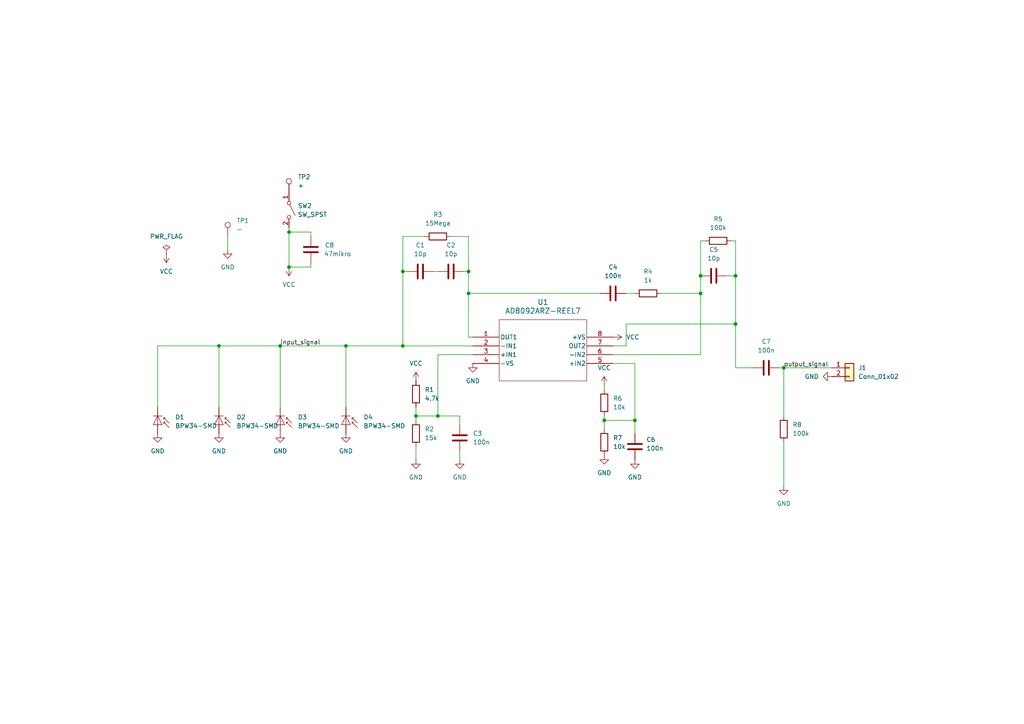
<source format=kicad_sch>
(kicad_sch (version 20250114) (generator "eeschema") (generator_version "9.0")
  (paper "A4")
  (title_block (title "Detector Version 2") (date "2025-04-06"))
  (lib_symbols
    (symbol "2025-03-21_07-43-58:AD8092ARZ-REEL7" (pin_names (offset 0.254))
      (property "Reference" "U" (at 20.32 10.16 0))
      (property "Value" "AD8092ARZ-REEL7" (at 20.32 7.62 0))
      (symbol "AD8092ARZ-REEL7_0_1"
        (polyline (pts (xy 7.62 5.08) (xy 7.62 -12.7)) (stroke (width 0.127)))
        (polyline (pts (xy 7.62 -12.7) (xy 33.02 -12.7)) (stroke (width 0.127)))
        (polyline (pts (xy 33.02 5.08) (xy 7.62 5.08)) (stroke (width 0.127)))
        (polyline (pts (xy 33.02 -12.7) (xy 33.02 5.08)) (stroke (width 0.127)))
        (pin unspecified line (at 0 0 0) (length 7.62) (name "OUT1") (number "1"))
        (pin unspecified line (at 0 -2.54 0) (length 7.62) (name "-IN1") (number "2"))
        (pin unspecified line (at 0 -5.08 0) (length 7.62) (name "+IN1") (number "3"))
        (pin power_in line (at 0 -7.62 0) (length 7.62) (name "-VS") (number "4"))
        (pin power_in line (at 40.64 0 180) (length 7.62) (name "+VS") (number "8"))
        (pin unspecified line (at 40.64 -2.54 180) (length 7.62) (name "OUT2") (number "7"))
        (pin unspecified line (at 40.64 -5.08 180) (length 7.62) (name "-IN2") (number "6"))
        (pin unspecified line (at 40.64 -7.62 180) (length 7.62) (name "+IN2") (number "5"))
      )
    )
    (symbol "Connector:TestPoint" (pin_numbers (hide yes)) (pin_names (offset 0.762) (hide yes))
      (property "Reference" "TP" (at 0 6.858 0))
      (property "Value" "TestPoint" (at 0 5.08 0))
      (symbol "TestPoint_0_1"
        (circle (center 0 3.302) (radius 0.762))
      )
      (symbol "TestPoint_1_1"
        (pin passive line (at 0 0 90) (length 2.54) (name "1") (number "1"))
      )
    )
    (symbol "Connector_Generic:Conn_01x02" (pin_names (offset 1.016) (hide yes))
      (property "Reference" "J" (at 0 2.54 0))
      (property "Value" "Conn_01x02" (at 0 -5.08 0))
      (symbol "Conn_01x02_1_1"
        (rectangle (start -1.27 1.27) (end 1.27 -3.81) (stroke (width 0.254)) (fill (type background)))
        (rectangle (start -1.27 0.127) (end 0 -0.127) (stroke (width 0.1524)))
        (rectangle (start -1.27 -2.413) (end 0 -2.667) (stroke (width 0.1524)))
        (pin passive line (at -5.08 0 0) (length 3.81) (name "Pin_1") (number "1"))
        (pin passive line (at -5.08 -2.54 0) (length 3.81) (name "Pin_2") (number "2"))
      )
    )
    (symbol "Device:C" (pin_numbers (hide yes)) (pin_names (offset 0.254))
      (property "Reference" "C" (at 0.635 2.54 0))
      (property "Value" "C" (at 0.635 -2.54 0))
      (symbol "C_0_1"
        (polyline (pts (xy -2.032 0.762) (xy 2.032 0.762)) (stroke (width 0.508)))
        (polyline (pts (xy -2.032 -0.762) (xy 2.032 -0.762)) (stroke (width 0.508)))
      )
      (symbol "C_1_1"
        (pin passive line (at 0 3.81 270) (length 2.794) (name "~") (number "1"))
        (pin passive line (at 0 -3.81 90) (length 2.794) (name "~") (number "2"))
      )
    )
    (symbol "Device:R" (pin_numbers (hide yes)) (pin_names (offset 0))
      (property "Reference" "R" (at 2.032 0 90))
      (property "Value" "R" (at 0 0 90))
      (symbol "R_0_1"
        (rectangle (start -1.016 -2.54) (end 1.016 2.54) (stroke (width 0.254)))
      )
      (symbol "R_1_1"
        (pin passive line (at 0 3.81 270) (length 1.27) (name "~") (number "1"))
        (pin passive line (at 0 -3.81 90) (length 1.27) (name "~") (number "2"))
      )
    )
    (symbol "Sensor_Optical:BPW34-SMD" (pin_numbers (hide yes)) (pin_names (offset 1.016) (hide yes))
      (property "Reference" "D" (at 0.508 1.778 0))
      (property "Value" "BPW34-SMD" (at -1.016 -2.794 0))
      (symbol "BPW34-SMD_0_1"
        (polyline (pts (xy -2.54 1.27) (xy -2.54 -1.27)) (stroke (width 0.1524)))
        (polyline (pts (xy -2.032 1.778) (xy -1.524 1.778)))
        (polyline (pts (xy -0.508 3.302) (xy -2.032 1.778) (xy -2.032 2.286)))
        (polyline (pts (xy 0 1.27) (xy -2.54 0) (xy 0 -1.27)))
        (polyline (pts (xy 0 0) (xy -2.54 0)))
        (polyline (pts (xy 0 -1.27) (xy 0 1.27)))
        (polyline (pts (xy 0.762 3.302) (xy -0.762 1.778) (xy -0.762 2.286) (xy -0.762 1.778) (xy -0.254 1.778)))
      )
      (symbol "BPW34-SMD_1_1"
        (pin passive line (at -5.08 0 0) (length 2.54) (name "K") (number "1"))
        (pin passive line (at 2.54 0 180) (length 2.54) (name "A") (number "2"))
      )
    )
    (symbol "Switch:SW_SPST" (pin_names (offset 0) (hide yes))
      (property "Reference" "SW" (at 0 3.175 0))
      (property "Value" "SW_SPST" (at 0 -2.54 0))
      (symbol "SW_SPST_0_0"
        (circle (center -2.032 0) (radius 0.508))
        (polyline (pts (xy -1.524 0.254) (xy 1.524 1.778)))
        (circle (center 2.032 0) (radius 0.508))
      )
      (symbol "SW_SPST_1_1"
        (pin passive line (at -5.08 0 0) (length 2.54) (name "A") (number "1"))
        (pin passive line (at 5.08 0 180) (length 2.54) (name "B") (number "2"))
      )
    )
    (symbol "power:GND" (power) (pin_numbers (hide yes)) (pin_names (offset 0) (hide yes))
      (property "Value" "GND" (at 0 -3.81 0))
      (symbol "GND_0_1"
        (polyline (pts (xy 0 0) (xy 0 -1.27) (xy 1.27 -1.27) (xy 0 -2.54) (xy -1.27 -1.27) (xy 0 -1.27)))
      )
      (symbol "GND_1_1"
        (pin power_in line (at 0 0 270) (length 0) (name "~") (number "1"))
      )
    )
    (symbol "power:PWR_FLAG" (power) (pin_numbers (hide yes)) (pin_names (offset 0) (hide yes))
      (property "Value" "PWR_FLAG" (at 0 3.81 0))
      (symbol "PWR_FLAG_0_0"
        (pin power_out line (at 0 0 90) (length 0) (name "~") (number "1"))
      )
      (symbol "PWR_FLAG_0_1"
        (polyline (pts (xy 0 0) (xy 0 1.27) (xy -1.016 1.905) (xy 0 2.54) (xy 1.016 1.905) (xy 0 1.27)))
      )
    )
    (symbol "power:VCC" (power) (pin_numbers (hide yes)) (pin_names (offset 0) (hide yes))
      (property "Value" "VCC" (at 0 3.556 0))
      (symbol "VCC_0_1"
        (polyline (pts (xy -0.762 1.27) (xy 0 2.54)))
        (polyline (pts (xy 0 2.54) (xy 0.762 1.27)))
        (polyline (pts (xy 0 0) (xy 0 2.54)))
      )
      (symbol "VCC_1_1"
        (pin power_in line (at 0 0 90) (length 0) (name "~") (number "1"))
      )
    )
  )
  (junction (at 83.82 67.31))
  (junction (at 116.84 100.33))
  (junction (at 213.36 93.98))
  (junction (at 100.33 100.33))
  (junction (at 184.15 121.92))
  (junction (at 81.28 100.33))
  (junction (at 203.2 80.01))
  (junction (at 63.5 100.33))
  (junction (at 127 120.65))
  (junction (at 203.2 85.09))
  (junction (at 83.82 77.47))
  (junction (at 175.26 121.92))
  (junction (at 116.84 78.74))
  (junction (at 227.33 106.68))
  (junction (at 120.65 120.65))
  (junction (at 135.89 85.09))
  (junction (at 213.36 80.01))
  (junction (at 135.89 78.74))
  (wire (pts (xy 63.5 100.33) (xy 63.5 118.11)))
  (wire (pts (xy 83.82 67.31) (xy 83.82 77.47)))
  (wire (pts (xy 100.33 100.33) (xy 100.33 118.11)))
  (wire (pts (xy 203.2 85.09) (xy 203.2 80.01)))
  (wire (pts (xy 135.89 68.58) (xy 135.89 78.74)))
  (wire (pts (xy 203.2 102.87) (xy 203.2 85.09)))
  (wire (pts (xy 227.33 128.27) (xy 227.33 140.97)))
  (wire (pts (xy 127 102.87) (xy 137.16 102.87)))
  (wire (pts (xy 120.65 120.65) (xy 127 120.65)))
  (wire (pts (xy 181.61 100.33) (xy 177.8 100.33)))
  (wire (pts (xy 135.89 85.09) (xy 135.89 97.79)))
  (wire (pts (xy 135.89 85.09) (xy 173.99 85.09)))
  (wire (pts (xy 120.65 129.54) (xy 120.65 133.35)))
  (wire (pts (xy 45.72 100.33) (xy 45.72 118.11)))
  (wire (pts (xy 203.2 69.85) (xy 203.2 80.01)))
  (wire (pts (xy 213.36 69.85) (xy 213.36 80.01)))
  (wire (pts (xy 175.26 121.92) (xy 184.15 121.92)))
  (wire (pts (xy 120.65 118.11) (xy 120.65 120.65)))
  (wire (pts (xy 116.84 68.58) (xy 116.84 78.74)))
  (wire (pts (xy 45.72 100.33) (xy 63.5 100.33)))
  (wire (pts (xy 63.5 100.33) (xy 81.28 100.33)))
  (wire (pts (xy 213.36 93.98) (xy 213.36 106.68)))
  (wire (pts (xy 81.28 100.33) (xy 100.33 100.33)))
  (wire (pts (xy 184.15 105.41) (xy 184.15 121.92)))
  (wire (pts (xy 120.65 120.65) (xy 120.65 121.92)))
  (wire (pts (xy 226.06 106.68) (xy 227.33 106.68)))
  (wire (pts (xy 133.35 120.65) (xy 133.35 123.19)))
  (wire (pts (xy 83.82 66.04) (xy 83.82 67.31)))
  (wire (pts (xy 133.35 130.81) (xy 133.35 133.35)))
  (wire (pts (xy 134.62 78.74) (xy 135.89 78.74)))
  (wire (pts (xy 227.33 106.68) (xy 227.33 120.65)))
  (wire (pts (xy 100.33 100.33) (xy 116.84 100.33)))
  (wire (pts (xy 135.89 97.79) (xy 137.16 97.79)))
  (wire (pts (xy 184.15 121.92) (xy 184.15 125.73)))
  (wire (pts (xy 83.82 67.31) (xy 90.17 67.31)))
  (wire (pts (xy 177.8 102.87) (xy 203.2 102.87)))
  (wire (pts (xy 90.17 67.31) (xy 90.17 68.58)))
  (wire (pts (xy 175.26 113.03) (xy 175.26 111.76)))
  (wire (pts (xy 116.84 68.58) (xy 123.19 68.58)))
  (wire (pts (xy 90.17 76.2) (xy 90.17 77.47)))
  (wire (pts (xy 81.28 100.33) (xy 81.28 118.11)))
  (wire (pts (xy 83.82 77.47) (xy 90.17 77.47)))
  (wire (pts (xy 175.26 120.65) (xy 175.26 121.92)))
  (wire (pts (xy 66.04 68.58) (xy 66.04 72.39)))
  (wire (pts (xy 127 102.87) (xy 127 120.65)))
  (wire (pts (xy 181.61 85.09) (xy 184.15 85.09)))
  (wire (pts (xy 184.15 105.41) (xy 177.8 105.41)))
  (wire (pts (xy 191.77 85.09) (xy 203.2 85.09)))
  (wire (pts (xy 116.84 78.74) (xy 118.11 78.74)))
  (wire (pts (xy 135.89 78.74) (xy 135.89 85.09)))
  (wire (pts (xy 212.09 69.85) (xy 213.36 69.85)))
  (wire (pts (xy 213.36 106.68) (xy 218.44 106.68)))
  (wire (pts (xy 125.73 78.74) (xy 127 78.74)))
  (wire (pts (xy 181.61 93.98) (xy 213.36 93.98)))
  (wire (pts (xy 116.84 100.33) (xy 116.84 78.74)))
  (wire (pts (xy 127 120.65) (xy 133.35 120.65)))
  (wire (pts (xy 210.82 80.01) (xy 213.36 80.01)))
  (wire (pts (xy 116.84 100.33) (xy 137.16 100.33)))
  (wire (pts (xy 203.2 69.85) (xy 204.47 69.85)))
  (wire (pts (xy 175.26 121.92) (xy 175.26 124.46)))
  (wire (pts (xy 227.33 106.68) (xy 241.3 106.68)))
  (wire (pts (xy 130.81 68.58) (xy 135.89 68.58)))
  (wire (pts (xy 213.36 80.01) (xy 213.36 93.98)))
  (wire (pts (xy 181.61 93.98) (xy 181.61 100.33)))
  (label "input_signal" (at 81.28 100.33 0))
  (label "output_signal" (at 227.33 106.68 0))
  (symbol (lib_id "power:GND") (at 66.04 72.39 0) (unit 1)
    (property "Reference" "#PWR018" (effects (hide yes)))
    (property "Value" "GND" (at 66.04 77.47 0))
    (property "Description" "Power symbol creates a global label with name \"GND\" , ground" (effects (hide yes)))
  )
  (symbol (lib_id "power:VCC") (at 83.82 77.47 180) (unit 1)
    (property "Reference" "#PWR019" (effects (hide yes)))
    (property "Value" "VCC" (at 83.82 82.55 0))
    (property "Description" "Power symbol creates a global label with name \"VCC\"" (effects (hide yes)))
  )
  (symbol (lib_id "power:PWR_FLAG") (at 48.26 73.66 0) (unit 1)
    (property "Reference" "#FLG01" (effects (hide yes)))
    (property "Value" "PWR_FLAG" (at 48.26 68.58 0))
    (property "Description" "Special symbol for telling ERC where power comes from" (effects (hide yes)))
  )
  (symbol (lib_id "Device:C") (at 121.92 78.74 90) (unit 1)
    (property "Reference" "C1" (at 121.92 71.12 90))
    (property "Value" "10p" (at 121.92 73.66 90))
    (property "Footprint" "Capacitor_SMD:C_0805_2012Metric" (effects (hide yes)))
    (property "Description" "Unpolarized capacitor" (effects (hide yes)))
  )
  (symbol (lib_id "Device:C") (at 207.01 80.01 90) (unit 1)
    (property "Reference" "C5" (at 207.01 72.39 90))
    (property "Value" "10p" (at 207.01 74.93 90))
    (property "Footprint" "Capacitor_SMD:C_0805_2012Metric" (effects (hide yes)))
    (property "Description" "Unpolarized capacitor" (effects (hide yes)))
  )
  (symbol (lib_id "Device:C") (at 184.15 129.54 180) (unit 1)
    (property "Reference" "C6" (at 187.452 127.508 0) (effects (justify right)))
    (property "Value" "100n" (at 187.452 130.048 0) (effects (justify right)))
    (property "Footprint" "Capacitor_SMD:C_0805_2012Metric" (effects (hide yes)))
    (property "Description" "Unpolarized capacitor" (effects (hide yes)))
  )
  (symbol (lib_id "Device:C") (at 130.81 78.74 90) (unit 1)
    (property "Reference" "C2" (at 130.81 71.12 90))
    (property "Value" "10p" (at 130.81 73.66 90))
    (property "Footprint" "Capacitor_SMD:C_0805_2012Metric" (effects (hide yes)))
    (property "Description" "Unpolarized capacitor" (effects (hide yes)))
  )
  (symbol (lib_id "power:VCC") (at 48.26 73.66 180) (unit 1)
    (property "Reference" "#PWR014" (effects (hide yes)))
    (property "Value" "VCC" (at 48.26 78.74 0))
    (property "Description" "Power symbol creates a global label with name \"VCC\"" (effects (hide yes)))
  )
  (symbol (lib_id "power:GND") (at 45.72 125.73 0) (unit 1)
    (property "Reference" "#PWR03" (effects (hide yes)))
    (property "Value" "GND" (at 45.72 130.81 0))
    (property "Description" "Power symbol creates a global label with name \"GND\" , ground" (effects (hide yes)))
  )
  (symbol (lib_id "power:GND") (at 227.33 140.97 0) (unit 1)
    (property "Reference" "#PWR011" (effects (hide yes)))
    (property "Value" "GND" (at 227.33 146.05 0))
    (property "Description" "Power symbol creates a global label with name \"GND\" , ground" (effects (hide yes)))
  )
  (symbol (lib_id "Sensor_Optical:BPW34-SMD") (at 45.72 123.19 270) (unit 1)
    (property "Reference" "D1" (at 50.8 120.9928 90) (effects (justify left)))
    (property "Value" "BPW34-SMD" (at 50.8 123.5328 90) (effects (justify left)))
    (property "Footprint" "footprints:LED_VBPW34S_VIS" (effects (hide yes)))
    (property "Datasheet" "https://dammedia.osram.info/media/resource/hires/osram-dam-5488319/BPW%2034%20S_EN.pdf" (effects (hide yes)))
    (property "Description" "Silicon PIN Photodiode, Area 2.65x2.65mm" (effects (hide yes)))
  )
  (symbol (lib_id "Device:C") (at 177.8 85.09 90) (unit 1)
    (property "Reference" "C4" (at 177.8 77.47 90))
    (property "Value" "100n" (at 177.8 80.01 90))
    (property "Footprint" "Capacitor_SMD:C_0805_2012Metric" (effects (hide yes)))
    (property "Description" "Unpolarized capacitor" (effects (hide yes)))
  )
  (symbol (lib_id "power:VCC") (at 120.65 110.49 0) (unit 1)
    (property "Reference" "#PWR012" (effects (hide yes)))
    (property "Value" "VCC" (at 120.65 105.41 0))
    (property "Description" "Power symbol creates a global label with name \"VCC\"" (effects (hide yes)))
  )
  (symbol (lib_id "power:GND") (at 241.3 109.22 270) (unit 1)
    (property "Reference" "#PWR017" (effects (hide yes)))
    (property "Value" "GND" (at 237.49 109.2199 90) (effects (justify right)))
    (property "Description" "Power symbol creates a global label with name \"GND\" , ground" (effects (hide yes)))
  )
  (symbol (lib_id "Device:R") (at 127 68.58 90) (unit 1)
    (property "Reference" "R3" (at 127 62.23 90))
    (property "Value" "15Mega" (at 127 64.77 90))
    (property "Footprint" "Resistor_SMD:R_0805_2012Metric" (effects (hide yes)))
    (property "Description" "Resistor" (effects (hide yes)))
  )
  (symbol (lib_id "Connector_Generic:Conn_01x02") (at 246.38 106.68 0) (unit 1)
    (property "Reference" "J1" (at 248.92 106.6799 0) (effects (justify left)))
    (property "Value" "Conn_01x02" (at 248.92 109.2199 0) (effects (justify left)))
    (property "Footprint" "footprints:CONN_SJ-2523-SMT-TR_CUD" (effects (hide yes)))
    (property "Description" "Generic connector, single row, 01x02, script generated (kicad-library-utils/schlib/autogen/connector/)" (effects (hide yes)))
  )
  (symbol (lib_id "power:GND") (at 81.28 125.73 0) (unit 1)
    (property "Reference" "#PWR015" (effects (hide yes)))
    (property "Value" "GND" (at 81.28 130.81 0))
    (property "Description" "Power symbol creates a global label with name \"GND\" , ground" (effects (hide yes)))
  )
  (symbol (lib_id "power:GND") (at 120.65 133.35 0) (unit 1)
    (property "Reference" "#PWR07" (effects (hide yes)))
    (property "Value" "GND" (at 120.65 138.43 0))
    (property "Description" "Power symbol creates a global label with name \"GND\" , ground" (effects (hide yes)))
  )
  (symbol (lib_id "Switch:SW_SPST") (at 83.82 60.96 270) (unit 1)
    (property "Reference" "SW2" (at 86.36 59.6899 90) (effects (justify left)))
    (property "Value" "SW_SPST" (at 86.36 62.2299 90) (effects (justify left)))
    (property "Footprint" "footprints:SSSS810701" (effects (hide yes)))
    (property "Description" "Single Pole Single Throw (SPST) switch" (effects (hide yes)))
  )
  (symbol (lib_id "Device:R") (at 175.26 116.84 0) (unit 1)
    (property "Reference" "R6" (at 177.8 115.5699 0) (effects (justify left)))
    (property "Value" "10k" (at 177.8 118.1099 0) (effects (justify left)))
    (property "Footprint" "Resistor_SMD:R_0805_2012Metric" (effects (hide yes)))
    (property "Description" "Resistor" (effects (hide yes)))
  )
  (symbol (lib_id "power:GND") (at 137.16 105.41 0) (unit 1)
    (property "Reference" "#PWR01" (effects (hide yes)))
    (property "Value" "GND" (at 137.16 110.49 0))
    (property "Description" "Power symbol creates a global label with name \"GND\" , ground" (effects (hide yes)))
  )
  (symbol (lib_id "Sensor_Optical:BPW34-SMD") (at 100.33 123.19 270) (unit 1)
    (property "Reference" "D4" (at 105.41 120.9928 90) (effects (justify left)))
    (property "Value" "BPW34-SMD" (at 105.41 123.5328 90) (effects (justify left)))
    (property "Footprint" "footprints:LED_VBPW34S_VIS" (effects (hide yes)))
    (property "Datasheet" "https://dammedia.osram.info/media/resource/hires/osram-dam-5488319/BPW%2034%20S_EN.pdf" (effects (hide yes)))
    (property "Description" "Silicon PIN Photodiode, Area 2.65x2.65mm" (effects (hide yes)))
  )
  (symbol (lib_id "power:GND") (at 184.15 133.35 0) (unit 1)
    (property "Reference" "#PWR010" (effects (hide yes)))
    (property "Value" "GND" (at 184.15 138.43 0))
    (property "Description" "Power symbol creates a global label with name \"GND\" , ground" (effects (hide yes)))
  )
  (symbol (lib_id "power:VCC") (at 177.8 97.79 270) (unit 1)
    (property "Reference" "#PWR02" (effects (hide yes)))
    (property "Value" "VCC" (at 181.61 97.7899 90) (effects (justify left)))
    (property "Description" "Power symbol creates a global label with name \"VCC\"" (effects (hide yes)))
  )
  (symbol (lib_id "Device:C") (at 222.25 106.68 90) (unit 1)
    (property "Reference" "C7" (at 222.25 99.06 90))
    (property "Value" "100n" (at 222.25 101.6 90))
    (property "Footprint" "Capacitor_SMD:C_0805_2012Metric" (effects (hide yes)))
    (property "Description" "Unpolarized capacitor" (effects (hide yes)))
  )
  (symbol (lib_id "Connector:TestPoint") (at 66.04 68.58 0) (unit 1)
    (property "Reference" "TP1" (at 68.58 64.0079 0) (effects (justify left)))
    (property "Value" "-" (at 68.58 66.5479 0) (effects (justify left)))
    (property "Footprint" "Connector_PinHeader_1.00mm:PinHeader_1x01_P1.00mm_Vertical" (effects (hide yes)))
    (property "Description" "test point" (effects (hide yes)))
  )
  (symbol (lib_id "power:GND") (at 100.33 125.73 0) (unit 1)
    (property "Reference" "#PWR016" (effects (hide yes)))
    (property "Value" "GND" (at 100.33 130.81 0))
    (property "Description" "Power symbol creates a global label with name \"GND\" , ground" (effects (hide yes)))
  )
  (symbol (lib_id "2025-03-21_07-43-58:AD8092ARZ-REEL7") (at 137.16 97.79 0) (unit 1)
    (property "Reference" "U1" (at 157.48 87.63 0) (effects (font (size 1.524 1.524))))
    (property "Value" "AD8092ARZ-REEL7" (at 157.48 90.17 0) (effects (font (size 1.524 1.524))))
    (property "Footprint" "footprints:R_8_ADI" (effects (hide yes)))
    (property "Datasheet" "AD8092ARZ-REEL7" (effects (hide yes)))
  )
  (symbol (lib_id "Device:R") (at 120.65 114.3 0) (unit 1)
    (property "Reference" "R1" (at 123.19 113.0299 0) (effects (justify left)))
    (property "Value" "4.7k" (at 123.19 115.5699 0) (effects (justify left)))
    (property "Footprint" "Resistor_SMD:R_0805_2012Metric" (effects (hide yes)))
    (property "Description" "Resistor" (effects (hide yes)))
  )
  (symbol (lib_id "Device:R") (at 187.96 85.09 90) (unit 1)
    (property "Reference" "R4" (at 187.96 78.74 90))
    (property "Value" "1k" (at 187.96 81.28 90))
    (property "Footprint" "Resistor_SMD:R_0805_2012Metric" (effects (hide yes)))
    (property "Description" "Resistor" (effects (hide yes)))
  )
  (symbol (lib_id "Device:C") (at 133.35 127 0) (unit 1)
    (property "Reference" "C3" (at 137.16 125.7299 0) (effects (justify left)))
    (property "Value" "100n" (at 137.16 128.2699 0) (effects (justify left)))
    (property "Footprint" "Capacitor_SMD:C_0805_2012Metric" (effects (hide yes)))
    (property "Description" "Unpolarized capacitor" (effects (hide yes)))
  )
  (symbol (lib_id "power:VCC") (at 175.26 111.76 0) (unit 1)
    (property "Reference" "#PWR013" (effects (hide yes)))
    (property "Value" "VCC" (at 175.26 106.68 0))
    (property "Description" "Power symbol creates a global label with name \"VCC\"" (effects (hide yes)))
  )
  (symbol (lib_id "Connector:TestPoint") (at 83.82 55.88 0) (unit 1)
    (property "Reference" "TP2" (at 86.36 51.3079 0) (effects (justify left)))
    (property "Value" "+" (at 86.36 53.8479 0) (effects (justify left)))
    (property "Footprint" "Connector_PinHeader_1.00mm:PinHeader_1x01_P1.00mm_Vertical" (effects (hide yes)))
    (property "Description" "test point" (effects (hide yes)))
  )
  (symbol (lib_id "Device:R") (at 227.33 124.46 0) (unit 1)
    (property "Reference" "R8" (at 229.87 123.1899 0) (effects (justify left)))
    (property "Value" "100k" (at 229.87 125.7299 0) (effects (justify left)))
    (property "Footprint" "Resistor_SMD:R_0805_2012Metric" (effects (hide yes)))
    (property "Description" "Resistor" (effects (hide yes)))
  )
  (symbol (lib_id "Device:C") (at 90.17 72.39 180) (unit 1)
    (property "Reference" "C8" (at 94.234 71.12 0) (effects (justify right)))
    (property "Value" "47mikro" (at 93.98 73.6599 0) (effects (justify right)))
    (property "Footprint" "footprints:PCAP_EEHZ_D_PAN" (effects (hide yes)))
    (property "Description" "Unpolarized capacitor" (effects (hide yes)))
  )
  (symbol (lib_id "Sensor_Optical:BPW34-SMD") (at 63.5 123.19 270) (unit 1)
    (property "Reference" "D2" (at 68.58 120.9928 90) (effects (justify left)))
    (property "Value" "BPW34-SMD" (at 68.58 123.5328 90) (effects (justify left)))
    (property "Footprint" "footprints:LED_VBPW34S_VIS" (effects (hide yes)))
    (property "Datasheet" "https://dammedia.osram.info/media/resource/hires/osram-dam-5488319/BPW%2034%20S_EN.pdf" (effects (hide yes)))
    (property "Description" "Silicon PIN Photodiode, Area 2.65x2.65mm" (effects (hide yes)))
  )
  (symbol (lib_id "power:GND") (at 63.5 125.73 0) (unit 1)
    (property "Reference" "#PWR04" (effects (hide yes)))
    (property "Value" "GND" (at 63.5 130.81 0))
    (property "Description" "Power symbol creates a global label with name \"GND\" , ground" (effects (hide yes)))
  )
  (symbol (lib_id "Device:R") (at 120.65 125.73 0) (unit 1)
    (property "Reference" "R2" (at 123.19 124.4599 0) (effects (justify left)))
    (property "Value" "15k" (at 123.19 126.9999 0) (effects (justify left)))
    (property "Footprint" "Resistor_SMD:R_0805_2012Metric" (effects (hide yes)))
    (property "Description" "Resistor" (effects (hide yes)))
  )
  (symbol (lib_id "Device:R") (at 208.28 69.85 90) (unit 1)
    (property "Reference" "R5" (at 208.28 63.5 90))
    (property "Value" "100k" (at 208.28 66.04 90))
    (property "Footprint" "Resistor_SMD:R_0805_2012Metric" (effects (hide yes)))
    (property "Description" "Resistor" (effects (hide yes)))
  )
  (symbol (lib_id "power:GND") (at 175.26 132.08 0) (unit 1)
    (property "Reference" "#PWR09" (effects (hide yes)))
    (property "Value" "GND" (at 175.26 137.16 0))
    (property "Description" "Power symbol creates a global label with name \"GND\" , ground" (effects (hide yes)))
  )
  (symbol (lib_id "Device:R") (at 175.26 128.27 0) (unit 1)
    (property "Reference" "R7" (at 177.8 126.9999 0) (effects (justify left)))
    (property "Value" "10k" (at 177.8 129.5399 0) (effects (justify left)))
    (property "Footprint" "Resistor_SMD:R_0805_2012Metric" (effects (hide yes)))
    (property "Description" "Resistor" (effects (hide yes)))
  )
  (symbol (lib_id "power:GND") (at 133.35 133.35 0) (unit 1)
    (property "Reference" "#PWR08" (effects (hide yes)))
    (property "Value" "GND" (at 133.35 138.43 0))
    (property "Description" "Power symbol creates a global label with name \"GND\" , ground" (effects (hide yes)))
  )
  (symbol (lib_id "Sensor_Optical:BPW34-SMD") (at 81.28 123.19 270) (unit 1)
    (property "Reference" "D3" (at 86.36 120.9928 90) (effects (justify left)))
    (property "Value" "BPW34-SMD" (at 86.36 123.5328 90) (effects (justify left)))
    (property "Footprint" "footprints:LED_VBPW34S_VIS" (effects (hide yes)))
    (property "Datasheet" "https://dammedia.osram.info/media/resource/hires/osram-dam-5488319/BPW%2034%20S_EN.pdf" (effects (hide yes)))
    (property "Description" "Silicon PIN Photodiode, Area 2.65x2.65mm" (effects (hide yes)))
  )
)
</source>
